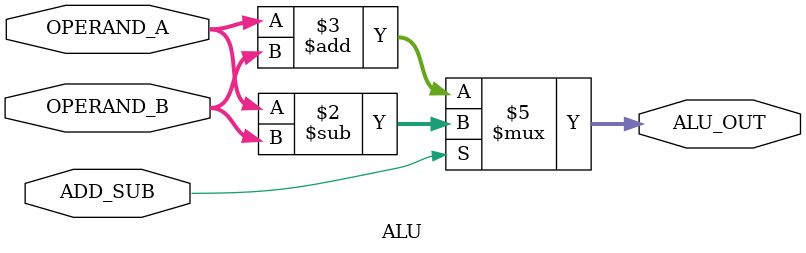
<source format=v>
/*
Function
_______
It's for add and subtract operand A and operand B depends on the signal add or sub to make equation x-(d)y*2^-i
                                                                                                    y+(d)x*2^-i
d is the sign of the new angle shift we did try to go back to the point we need to go to
-------------------------------------------------------------------------------------------------------------------

Mapping
_______
  ALU #(.FIXED_POINT ())
(
.OPERAND_A  (   ),
.OPERAND_B  (   ),
.ADD_SUB    (   ),
.ALU_OUT    (   )
);

*/
module  ALU #(parameter FIXED_POINT =16)
(
input   wire      [FIXED_POINT-1:0]    OPERAND_A  ,
input   wire      [FIXED_POINT-1:0]    OPERAND_B  ,
input   wire                           ADD_SUB    ,
output  reg      [FIXED_POINT-1:0]    ALU_OUT  
);
//wire       [FIXED_POINT-1:0]     registeroutput;

always @(*)
begin
  if(ADD_SUB)
    ALU_OUT=OPERAND_A-OPERAND_B;
  else
    ALU_OUT=OPERAND_A+OPERAND_B;
end

//assign ALU_OUT =(enable)?  registeroutput:'b0;



endmodule


</source>
